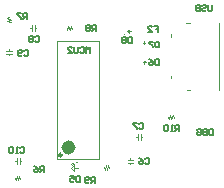
<source format=gbr>
%TF.GenerationSoftware,Altium Limited,Altium Designer,20.1.8 (145)*%
G04 Layer_Color=15790320*
%FSLAX45Y45*%
%MOMM*%
%TF.SameCoordinates,80F20431-A883-4DFF-BABD-8B1F2EDF33A6*%
%TF.FilePolarity,Positive*%
%TF.FileFunction,Legend,Bot*%
%TF.Part,Single*%
G01*
G75*
%TA.AperFunction,NonConductor*%
%ADD28C,0.10000*%
%ADD29C,0.60000*%
%ADD30C,0.25000*%
%ADD31C,0.10160*%
%ADD32C,0.12700*%
D28*
X1068029Y1317483D02*
G03*
X1068029Y1317483I-5000J0D01*
G01*
X671480Y235377D02*
G03*
X671480Y235377I-5000J0D01*
G01*
X1216982Y1127720D02*
G03*
X1216982Y1127720I-5000J0D01*
G01*
X1266978Y1202025D02*
G03*
X1266978Y1202025I-5000J0D01*
G01*
D29*
X625760Y359620D02*
G03*
X625760Y359620I-30000J0D01*
G01*
D30*
X540680Y294540D02*
G03*
X540680Y294540I-12500J0D01*
G01*
D31*
X1461300Y946000D02*
Y966000D01*
X1595566Y849000D02*
X1626300D01*
X1461300Y1297261D02*
Y1317261D01*
X1589039Y1415000D02*
X1626300D01*
X1866300Y849000D02*
Y1415000D01*
X1095289Y1342481D02*
X1107989Y1332321D01*
X1107989Y1355181D01*
X1095289Y1342481D02*
X1107989Y1355181D01*
X1095289Y1342481D02*
X1123229D01*
X71440Y1452841D02*
X96440Y1462840D01*
X71440Y1452841D02*
X108940Y1442840D01*
X71440Y1432840D02*
X108940Y1442840D01*
X71440Y1432840D02*
X108940Y1422840D01*
X91440Y1417840D02*
X108940Y1422840D01*
X1206444Y424079D02*
Y474079D01*
X1181443Y424079D02*
Y474079D01*
X1206444Y449079D02*
X1218943D01*
X1168944D02*
X1181443D01*
X1095626Y230040D02*
X1145626D01*
X1095626Y255040D02*
X1145626D01*
X1120626Y217540D02*
Y230040D01*
Y255040D02*
Y267540D01*
X933080Y210593D02*
X943080Y185593D01*
X923080Y173093D02*
X933080Y210593D01*
X913080D02*
X923080Y173093D01*
X903080D02*
X913080Y210593D01*
X898079Y190593D02*
X903080Y173093D01*
X618980Y222877D02*
X628980Y212877D01*
Y230377D02*
X638980Y220377D01*
X646480Y160377D02*
Y185377D01*
X618980D02*
X646480Y160377D01*
X618980Y185377D02*
X646480Y210377D01*
Y185377D02*
Y210377D01*
Y185377D02*
X678980D01*
X178720Y120900D02*
X188719Y95900D01*
X168720Y83400D02*
X178720Y120900D01*
X158720D02*
X168720Y83400D01*
X148720D02*
X158720Y120900D01*
X143720Y100900D02*
X148720Y83400D01*
X181220Y218840D02*
Y268840D01*
X156219Y218840D02*
Y268840D01*
X181220Y243840D02*
X193719D01*
X143720D02*
X156219D01*
X66440Y1154600D02*
X116440D01*
X66440Y1179600D02*
X116440D01*
X91440Y1142100D02*
Y1154600D01*
Y1179600D02*
Y1192100D01*
X285982Y1346725D02*
Y1396725D01*
X310982Y1346725D02*
Y1396725D01*
X273482Y1371725D02*
X285982D01*
X310982D02*
X323482D01*
X500680Y1264540D02*
X855680D01*
X500680Y264540D02*
X855680D01*
Y1264540D01*
X500680Y264540D02*
Y1264540D01*
X615587Y1391725D02*
X625587Y1366725D01*
X605587Y1354225D02*
X615587Y1391725D01*
X595587D02*
X605587Y1354225D01*
X585587D02*
X595587Y1391725D01*
X580587Y1371725D02*
X585587Y1354225D01*
X1226820Y1082760D02*
X1236980Y1095460D01*
X1226820Y1082760D02*
X1249680Y1082760D01*
X1236980Y1095460D02*
X1249680Y1082760D01*
X1236980Y1067520D02*
Y1095460D01*
Y1234285D02*
X1247140Y1246985D01*
X1224280Y1246985D02*
X1247140Y1246985D01*
X1224280Y1246985D02*
X1236980Y1234285D01*
Y1262225D01*
X1476740Y634680D02*
X1486740Y609680D01*
X1466741Y597180D02*
X1476740Y634680D01*
X1456740D02*
X1466741Y597180D01*
X1446740D02*
X1456740Y634680D01*
X1441740Y614680D02*
X1446740Y597180D01*
D32*
X1812691Y1567172D02*
Y1524852D01*
X1804227Y1516388D01*
X1787299D01*
X1778836Y1524852D01*
Y1567172D01*
X1728052Y1558708D02*
X1736516Y1567172D01*
X1753444D01*
X1761908Y1558708D01*
Y1550244D01*
X1753444Y1541780D01*
X1736516D01*
X1728052Y1533316D01*
Y1524852D01*
X1736516Y1516388D01*
X1753444D01*
X1761908Y1524852D01*
X1711124Y1567172D02*
Y1516388D01*
X1685732D01*
X1677269Y1524852D01*
Y1533316D01*
X1685732Y1541780D01*
X1711124D01*
X1685732D01*
X1677269Y1550244D01*
Y1558708D01*
X1685732Y1567172D01*
X1711124D01*
X1816511Y516596D02*
Y465813D01*
X1791120D01*
X1782656Y474277D01*
Y508133D01*
X1791120Y516596D01*
X1816511D01*
X1765728D02*
Y465813D01*
X1740336D01*
X1731872Y474277D01*
Y482741D01*
X1740336Y491205D01*
X1765728D01*
X1740336D01*
X1731872Y499669D01*
Y508133D01*
X1740336Y516596D01*
X1765728D01*
X1681089Y508133D02*
X1689553Y516596D01*
X1706480D01*
X1714944Y508133D01*
Y474277D01*
X1706480Y465813D01*
X1689553D01*
X1681089Y474277D01*
Y491205D01*
X1698017D01*
X776641Y1163303D02*
Y1214087D01*
X759713Y1197159D01*
X742785Y1214087D01*
Y1163303D01*
X692001Y1205623D02*
X700465Y1214087D01*
X717393D01*
X725857Y1205623D01*
Y1171767D01*
X717393Y1163303D01*
X700465D01*
X692001Y1171767D01*
X675074Y1214087D02*
Y1171767D01*
X666610Y1163303D01*
X649682D01*
X641218Y1171767D01*
Y1214087D01*
X590434Y1163303D02*
X624290D01*
X590434Y1197159D01*
Y1205623D01*
X598898Y1214087D01*
X615826D01*
X624290Y1205623D01*
X1530506Y496407D02*
Y547190D01*
X1505114D01*
X1496651Y538727D01*
Y521799D01*
X1505114Y513335D01*
X1530506D01*
X1513578D02*
X1496651Y496407D01*
X1479723D02*
X1462795D01*
X1471259D01*
Y547190D01*
X1479723Y538727D01*
X1437403D02*
X1428939Y547190D01*
X1412011D01*
X1403547Y538727D01*
Y504871D01*
X1412011Y496407D01*
X1428939D01*
X1437403Y504871D01*
Y538727D01*
X817019Y60968D02*
Y111752D01*
X791628D01*
X783164Y103288D01*
Y86360D01*
X791628Y77896D01*
X817019D01*
X800092D02*
X783164Y60968D01*
X766236Y69432D02*
X757772Y60968D01*
X740844D01*
X732380Y69432D01*
Y103288D01*
X740844Y111752D01*
X757772D01*
X766236Y103288D01*
Y94824D01*
X757772Y86360D01*
X732380D01*
X829196Y1341924D02*
Y1392708D01*
X803805D01*
X795341Y1384244D01*
Y1367316D01*
X803805Y1358852D01*
X829196D01*
X812269D02*
X795341Y1341924D01*
X778413Y1384244D02*
X769949Y1392708D01*
X753021D01*
X744557Y1384244D01*
Y1375780D01*
X753021Y1367316D01*
X744557Y1358852D01*
Y1350388D01*
X753021Y1341924D01*
X769949D01*
X778413Y1350388D01*
Y1358852D01*
X769949Y1367316D01*
X778413Y1375780D01*
Y1384244D01*
X769949Y1367316D02*
X753021D01*
X240892Y1448889D02*
Y1499672D01*
X215500D01*
X207036Y1491208D01*
Y1474281D01*
X215500Y1465816D01*
X240892D01*
X223964D02*
X207036Y1448889D01*
X190108Y1499672D02*
X156253D01*
Y1491208D01*
X190108Y1457353D01*
Y1448889D01*
X392582Y150322D02*
Y201106D01*
X367191D01*
X358727Y192642D01*
Y175714D01*
X367191Y167250D01*
X392582D01*
X375655D02*
X358727Y150322D01*
X307943Y201106D02*
X324871Y192642D01*
X341799Y175714D01*
Y158786D01*
X333335Y150322D01*
X316407D01*
X307943Y158786D01*
Y167250D01*
X316407Y175714D01*
X341799D01*
X1321239Y1385376D02*
X1355094D01*
Y1359985D01*
X1338166D01*
X1355094D01*
Y1334593D01*
X1270455D02*
X1304311D01*
X1270455Y1368448D01*
Y1376912D01*
X1278919Y1385376D01*
X1295847D01*
X1304311Y1376912D01*
X1130306Y1297691D02*
Y1246908D01*
X1104914D01*
X1096451Y1255372D01*
Y1289228D01*
X1104914Y1297691D01*
X1130306D01*
X1079523Y1289228D02*
X1071059Y1297691D01*
X1054131D01*
X1045667Y1289228D01*
Y1280764D01*
X1054131Y1272300D01*
X1045667Y1263836D01*
Y1255372D01*
X1054131Y1246908D01*
X1071059D01*
X1079523Y1255372D01*
Y1263836D01*
X1071059Y1272300D01*
X1079523Y1280764D01*
Y1289228D01*
X1071059Y1272300D02*
X1054131D01*
X1361694Y1256938D02*
Y1206154D01*
X1336302D01*
X1327839Y1214618D01*
Y1248474D01*
X1336302Y1256938D01*
X1361694D01*
X1310911D02*
X1277055D01*
Y1248474D01*
X1310911Y1214618D01*
Y1206154D01*
X1359483Y1107073D02*
Y1056290D01*
X1334092D01*
X1325628Y1064754D01*
Y1098610D01*
X1334092Y1107073D01*
X1359483D01*
X1274844D02*
X1291772Y1098610D01*
X1308700Y1081682D01*
Y1064754D01*
X1300236Y1056290D01*
X1283308D01*
X1274844Y1064754D01*
Y1073218D01*
X1283308Y1081682D01*
X1308700D01*
X690019Y114359D02*
Y63575D01*
X664628D01*
X656164Y72039D01*
Y105895D01*
X664628Y114359D01*
X690019D01*
X605380D02*
X639236D01*
Y88967D01*
X622308Y97431D01*
X613844D01*
X605380Y88967D01*
Y72039D01*
X613844Y63575D01*
X630772D01*
X639236Y72039D01*
X182448Y355597D02*
X190912Y364060D01*
X207840D01*
X216304Y355597D01*
Y321741D01*
X207840Y313277D01*
X190912D01*
X182448Y321741D01*
X165520Y313277D02*
X148592D01*
X157056D01*
Y364060D01*
X165520Y355597D01*
X123200D02*
X114736Y364060D01*
X97809D01*
X89345Y355597D01*
Y321741D01*
X97809Y313277D01*
X114736D01*
X123200Y321741D01*
Y355597D01*
X216744Y1180248D02*
X225208Y1188712D01*
X242135D01*
X250599Y1180248D01*
Y1146392D01*
X242135Y1137928D01*
X225208D01*
X216744Y1146392D01*
X199816D02*
X191352Y1137928D01*
X174424D01*
X165960Y1146392D01*
Y1180248D01*
X174424Y1188712D01*
X191352D01*
X199816Y1180248D01*
Y1171784D01*
X191352Y1163320D01*
X165960D01*
X311188Y1293454D02*
X319652Y1301918D01*
X336580D01*
X345044Y1293454D01*
Y1259598D01*
X336580Y1251134D01*
X319652D01*
X311188Y1259598D01*
X294261Y1293454D02*
X285796Y1301918D01*
X268869D01*
X260405Y1293454D01*
Y1284990D01*
X268869Y1276526D01*
X260405Y1268062D01*
Y1259598D01*
X268869Y1251134D01*
X285796D01*
X294261Y1259598D01*
Y1268062D01*
X285796Y1276526D01*
X294261Y1284990D01*
Y1293454D01*
X285796Y1276526D02*
X268869D01*
X1195909Y558244D02*
X1204373Y566708D01*
X1221301D01*
X1229765Y558244D01*
Y524388D01*
X1221301Y515924D01*
X1204373D01*
X1195909Y524388D01*
X1178981Y566708D02*
X1145125D01*
Y558244D01*
X1178981Y524388D01*
Y515924D01*
X1241169Y258327D02*
X1249633Y266791D01*
X1266561D01*
X1275025Y258327D01*
Y224471D01*
X1266561Y216007D01*
X1249633D01*
X1241169Y224471D01*
X1190385Y266791D02*
X1207313Y258327D01*
X1224241Y241399D01*
Y224471D01*
X1215777Y216007D01*
X1198849D01*
X1190385Y224471D01*
Y232935D01*
X1198849Y241399D01*
X1224241D01*
%TF.MD5,a5fbb4f3b5581bb3d0a4853bc91532ff*%
M02*

</source>
